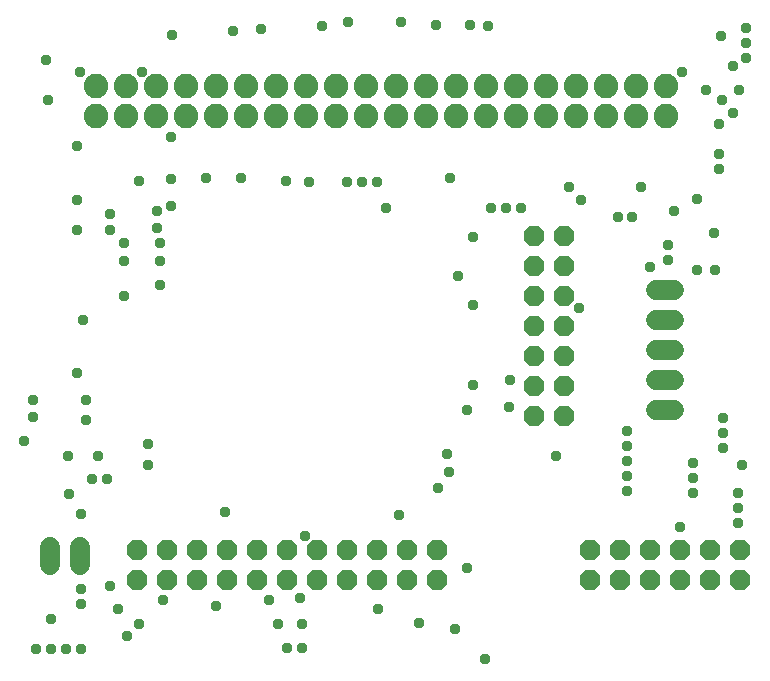
<source format=gbr>
G04 EAGLE Gerber RS-274X export*
G75*
%MOMM*%
%FSLAX34Y34*%
%LPD*%
%INSoldermask Top*%
%IPPOS*%
%AMOC8*
5,1,8,0,0,1.08239X$1,22.5*%
G01*
%ADD10C,1.727200*%
%ADD11P,1.869504X8X22.500000*%
%ADD12P,1.869504X8X202.500000*%
%ADD13P,1.869504X8X292.500000*%
%ADD14C,2.082800*%
%ADD15C,0.959600*%


D10*
X557530Y335280D02*
X572770Y335280D01*
X572770Y309880D02*
X557530Y309880D01*
X557530Y284480D02*
X572770Y284480D01*
X572770Y259080D02*
X557530Y259080D01*
X557530Y233680D02*
X572770Y233680D01*
X44450Y118110D02*
X44450Y102870D01*
X69850Y102870D02*
X69850Y118110D01*
D11*
X577850Y115570D03*
X577850Y90170D03*
X603250Y115570D03*
X603250Y90170D03*
X628650Y115570D03*
X628650Y90170D03*
D12*
X552450Y115570D03*
X552450Y90170D03*
X527050Y115570D03*
X527050Y90170D03*
X501650Y115570D03*
X501650Y90170D03*
X219710Y115570D03*
X219710Y90170D03*
X194310Y115570D03*
X194310Y90170D03*
X168910Y115570D03*
X168910Y90170D03*
X143510Y115570D03*
X143510Y90170D03*
X118110Y115570D03*
X118110Y90170D03*
D13*
X454660Y381000D03*
X480060Y381000D03*
X454660Y355600D03*
X480060Y355600D03*
X454660Y330200D03*
X480060Y330200D03*
X454660Y304800D03*
X480060Y304800D03*
X454660Y279400D03*
X480060Y279400D03*
X454660Y254000D03*
X480060Y254000D03*
X454660Y228600D03*
X480060Y228600D03*
D12*
X295910Y115570D03*
X295910Y90170D03*
X270510Y115570D03*
X270510Y90170D03*
X245110Y115570D03*
X245110Y90170D03*
D11*
X321310Y115570D03*
X321310Y90170D03*
X346710Y115570D03*
X346710Y90170D03*
X372110Y115570D03*
X372110Y90170D03*
D14*
X83820Y508000D03*
X83820Y482600D03*
X109220Y508000D03*
X109220Y482600D03*
X134620Y508000D03*
X134620Y482600D03*
X160020Y508000D03*
X160020Y482600D03*
X185420Y508000D03*
X185420Y482600D03*
X210820Y508000D03*
X210820Y482600D03*
X236220Y508000D03*
X236220Y482600D03*
X261620Y508000D03*
X261620Y482600D03*
X287020Y508000D03*
X287020Y482600D03*
X312420Y508000D03*
X312420Y482600D03*
X337820Y508000D03*
X337820Y482600D03*
X363220Y508000D03*
X363220Y482600D03*
X388620Y508000D03*
X388620Y482600D03*
X414020Y508000D03*
X414020Y482600D03*
X439420Y508000D03*
X439420Y482600D03*
X464820Y508000D03*
X464820Y482600D03*
X490220Y508000D03*
X490220Y482600D03*
X515620Y508000D03*
X515620Y482600D03*
X541020Y508000D03*
X541020Y482600D03*
X566420Y508000D03*
X566420Y482600D03*
D15*
X92500Y175000D03*
X107500Y375000D03*
X135000Y402500D03*
X95000Y84960D03*
X107500Y360000D03*
X135000Y387500D03*
X185000Y67500D03*
X230000Y72500D03*
X237500Y52500D03*
X257500Y52500D03*
X257500Y32500D03*
X22500Y207500D03*
X41230Y529960D03*
X147500Y551190D03*
X140000Y72500D03*
X60000Y195000D03*
X30000Y242500D03*
X122500Y520000D03*
X472500Y195000D03*
X30000Y227500D03*
X67500Y265000D03*
X72500Y310000D03*
X137500Y375000D03*
X492500Y320000D03*
X371200Y560000D03*
X390000Y347500D03*
X402500Y322500D03*
X577500Y135000D03*
X630000Y187500D03*
X627500Y505000D03*
X612500Y550000D03*
X580000Y520000D03*
X592500Y352500D03*
X622500Y485000D03*
X622500Y525000D03*
X552500Y355000D03*
X525000Y397500D03*
X592500Y412500D03*
X600000Y505000D03*
X415630Y558770D03*
X75000Y225000D03*
X127500Y205000D03*
X67500Y457500D03*
X120000Y427500D03*
X382380Y180910D03*
X533400Y215900D03*
X533400Y203200D03*
X533400Y190500D03*
X533400Y177800D03*
X533400Y165100D03*
X328930Y405130D03*
X321310Y426720D03*
X308610Y426720D03*
X295910Y426720D03*
X95250Y400050D03*
X95250Y386080D03*
X67310Y411480D03*
X67310Y386080D03*
X633730Y557530D03*
X633730Y544830D03*
X633730Y532130D03*
X610870Y438150D03*
X610870Y450850D03*
X610870Y476250D03*
X417830Y405130D03*
X430530Y405130D03*
X443230Y405130D03*
X483870Y422910D03*
X494030Y411480D03*
X567690Y373380D03*
X567690Y360680D03*
X607060Y383540D03*
X614680Y227330D03*
X614680Y214630D03*
X614680Y201930D03*
X589280Y189230D03*
X589280Y176530D03*
X589280Y163830D03*
X627380Y163830D03*
X627380Y151130D03*
X627380Y138430D03*
X387350Y48260D03*
X356870Y53340D03*
X256540Y74930D03*
X71120Y31750D03*
X58420Y31750D03*
X45720Y31750D03*
X33020Y31750D03*
X71120Y82550D03*
X71120Y69850D03*
X45720Y57150D03*
X176530Y430530D03*
X400050Y560070D03*
X264160Y426720D03*
X383540Y430530D03*
X613410Y496570D03*
X572770Y402590D03*
X147320Y464820D03*
X412750Y22860D03*
X373380Y167640D03*
X71120Y146050D03*
X60960Y162560D03*
X381000Y196850D03*
X397510Y233680D03*
X402590Y255270D03*
X434340Y259080D03*
X433070Y236220D03*
X147320Y429260D03*
X147320Y406400D03*
X199390Y554990D03*
X297180Y562610D03*
X341630Y562610D03*
X223520Y556260D03*
X607500Y352500D03*
X537500Y397500D03*
X127500Y187500D03*
X85000Y195000D03*
X120000Y52500D03*
X80000Y175000D03*
X402500Y380000D03*
X545000Y422500D03*
X322500Y65000D03*
X70000Y520000D03*
X75000Y242500D03*
X192380Y147500D03*
X260000Y127500D03*
X102500Y65000D03*
X107500Y330000D03*
X137500Y360000D03*
X206150Y430000D03*
X243930Y427460D03*
X397500Y100000D03*
X340000Y145000D03*
X137500Y340000D03*
X245000Y32500D03*
X110000Y42500D03*
X42500Y496150D03*
X274610Y558770D03*
M02*

</source>
